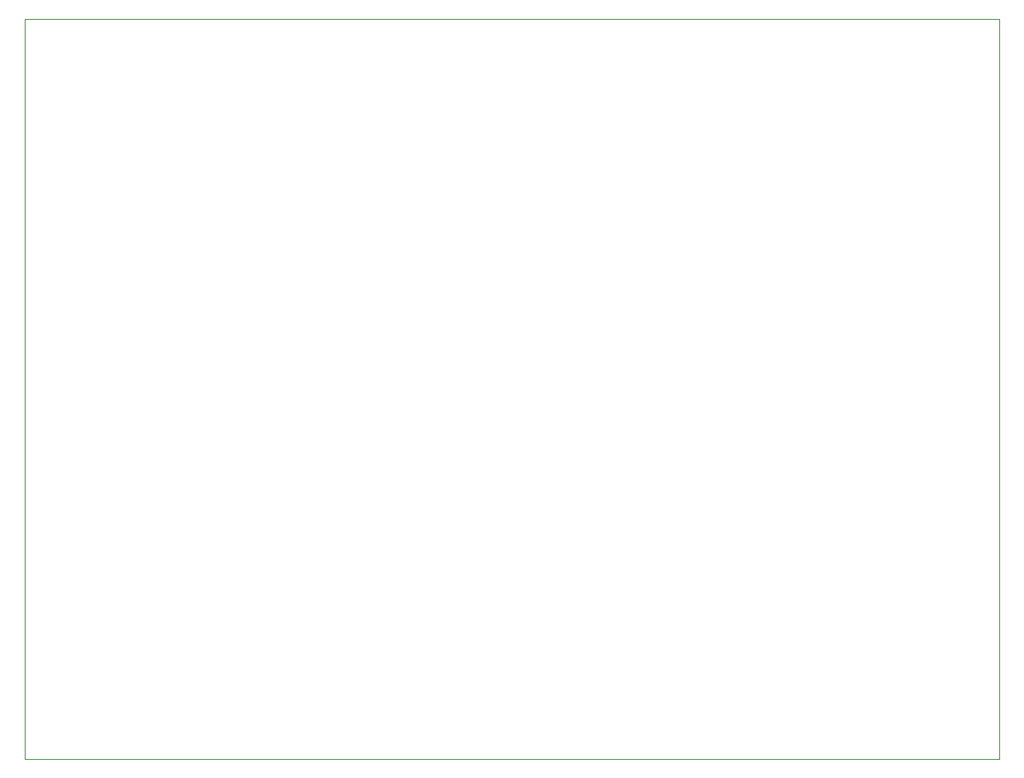
<source format=gbr>
G04 #@! TF.GenerationSoftware,KiCad,Pcbnew,6.0.0-rc1-unknown-589e1f6~66~ubuntu18.04.1*
G04 #@! TF.CreationDate,2018-11-04T22:43:28+01:00*
G04 #@! TF.ProjectId,Ntester,4e746573-7465-4722-9e6b-696361645f70,rev?*
G04 #@! TF.SameCoordinates,Original*
G04 #@! TF.FileFunction,Profile,NP*
%FSLAX46Y46*%
G04 Gerber Fmt 4.6, Leading zero omitted, Abs format (unit mm)*
G04 Created by KiCad (PCBNEW 6.0.0-rc1-unknown-589e1f6~66~ubuntu18.04.1) date nie, 4 lis 2018, 22:43:28*
%MOMM*%
%LPD*%
G01*
G04 APERTURE LIST*
%ADD10C,0.050000*%
G04 APERTURE END LIST*
D10*
X126000000Y-168000000D02*
X26000000Y-168000000D01*
X126000000Y-92000000D02*
X126000000Y-168000000D01*
X26000000Y-92000000D02*
X126000000Y-92000000D01*
X26000000Y-168000000D02*
X26000000Y-92000000D01*
M02*

</source>
